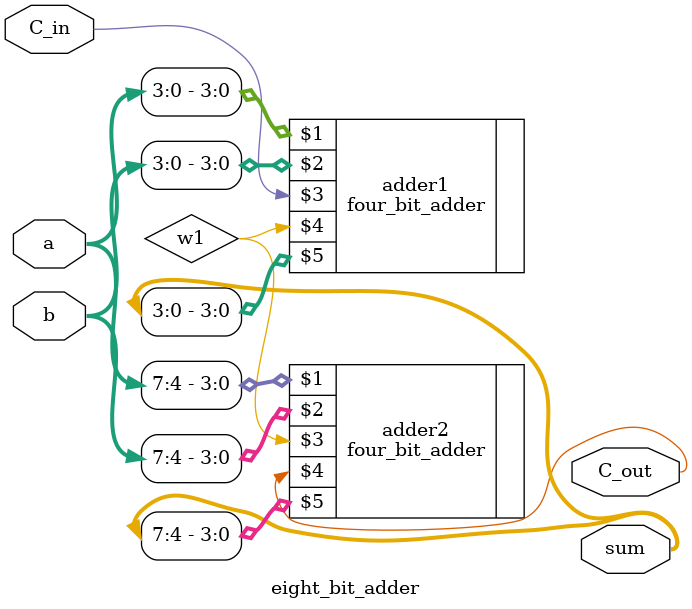
<source format=v>
module eight_bit_adder(a, b, C_in, C_out, sum);
	input [7:0] a;
	input [7:0] b;
	input C_in;
	output C_out;
	output [7:0] sum;
	wire wi;
	four_bit_adder adder1(a[3:0], b[3:0], C_in, w1, sum[3:0]);
	four_bit_adder adder2(a[7:4], b[7:4], w1, C_out, sum[7:4]);

endmodule
</source>
